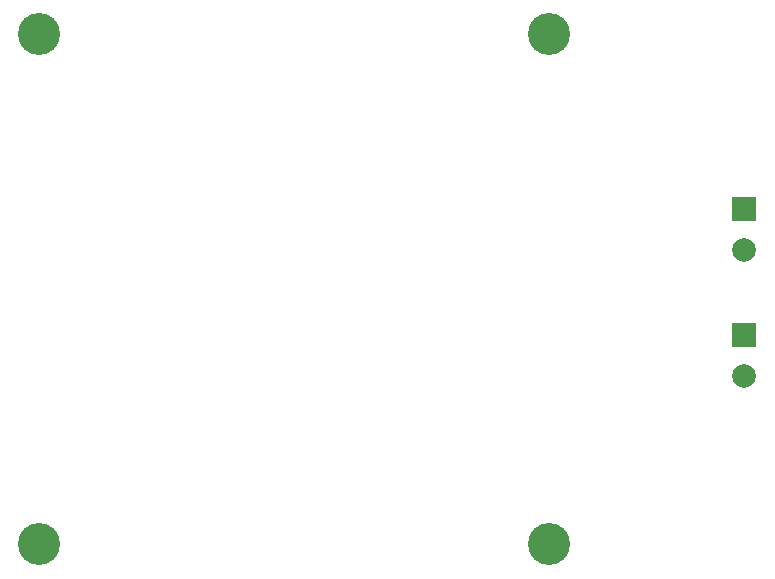
<source format=gbr>
G04 #@! TF.GenerationSoftware,KiCad,Pcbnew,5.0.2-bee76a0~70~ubuntu18.04.1*
G04 #@! TF.CreationDate,2019-06-27T14:31:57-07:00*
G04 #@! TF.ProjectId,stator_plate,73746174-6f72-45f7-906c-6174652e6b69,rev?*
G04 #@! TF.SameCoordinates,Original*
G04 #@! TF.FileFunction,Copper,L2,Bot*
G04 #@! TF.FilePolarity,Positive*
%FSLAX46Y46*%
G04 Gerber Fmt 4.6, Leading zero omitted, Abs format (unit mm)*
G04 Created by KiCad (PCBNEW 5.0.2-bee76a0~70~ubuntu18.04.1) date Thu 27 Jun 2019 02:31:57 PM PDT*
%MOMM*%
%LPD*%
G01*
G04 APERTURE LIST*
G04 #@! TA.AperFunction,ComponentPad*
%ADD10C,2.000000*%
G04 #@! TD*
G04 #@! TA.AperFunction,ComponentPad*
%ADD11R,2.000000X2.000000*%
G04 #@! TD*
G04 #@! TA.AperFunction,ComponentPad*
%ADD12C,3.556000*%
G04 #@! TD*
G04 APERTURE END LIST*
D10*
G04 #@! TO.P,J1,2*
G04 #@! TO.N,Net-(J1-Pad2)*
X165100000Y-98270060D03*
D11*
G04 #@! TO.P,J1,1*
G04 #@! TO.N,Net-(J1-Pad1)*
X165100000Y-94769940D03*
G04 #@! TD*
G04 #@! TO.P,J2,1*
G04 #@! TO.N,Net-(J2-Pad1)*
X165100000Y-105437940D03*
D10*
G04 #@! TO.P,J2,2*
G04 #@! TO.N,Net-(J2-Pad2)*
X165100000Y-108938060D03*
G04 #@! TD*
D12*
G04 #@! TO.P,M1,*
G04 #@! TO.N,*
X105410000Y-80010000D03*
G04 #@! TD*
G04 #@! TO.P,M2,*
G04 #@! TO.N,*
X148590000Y-80010000D03*
G04 #@! TD*
G04 #@! TO.P,M3,*
G04 #@! TO.N,*
X148590000Y-123190000D03*
G04 #@! TD*
G04 #@! TO.P,M4,*
G04 #@! TO.N,*
X105410000Y-123190000D03*
G04 #@! TD*
M02*

</source>
